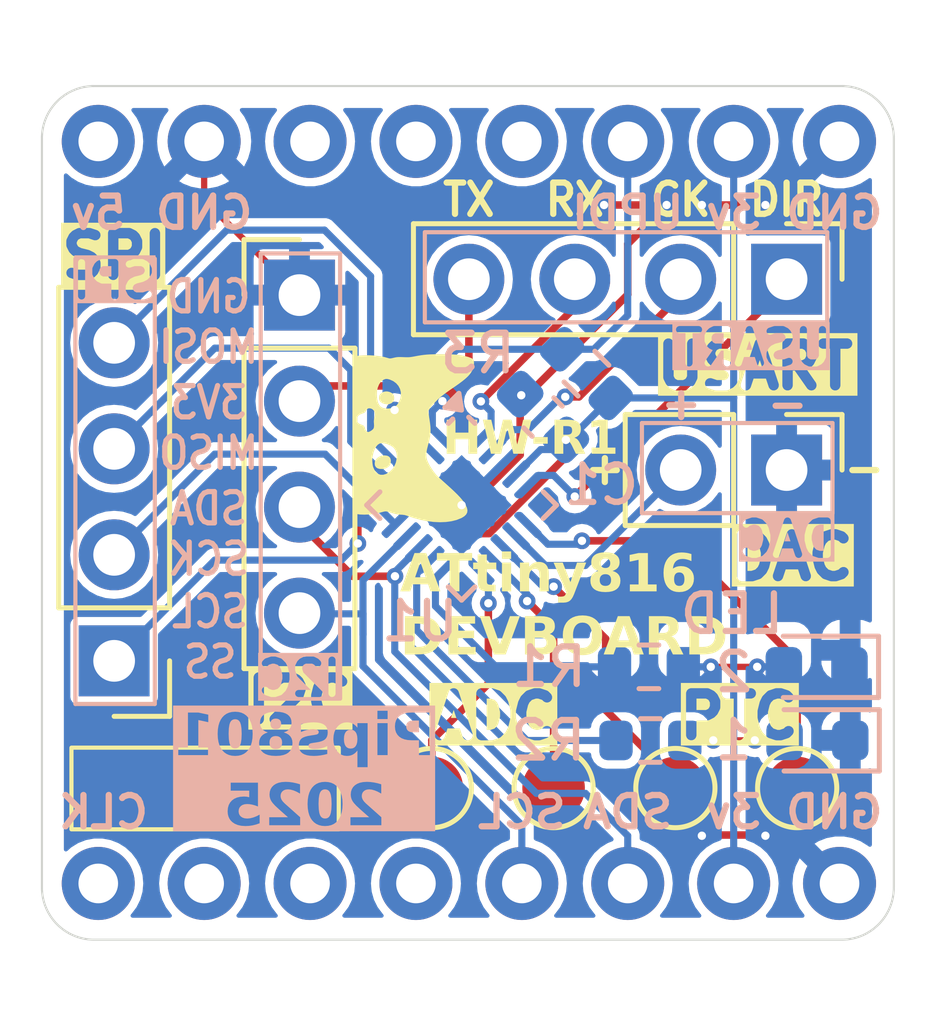
<source format=kicad_pcb>
(kicad_pcb (version 20240108) (generator "pcbnew") (generator_version "8.0")
  (title_block (title "ATtiny816 Minibadge Devboard") (rev "R1"))
  (layers (0 "F.Cu" signal) (31 "B.Cu" signal) (34 "B.Paste" user) (35 "F.Paste" user) (36 "B.SilkS" user "B.Silkscreen") (37 "F.SilkS" user "F.Silkscreen") (38 "B.Mask" user) (39 "F.Mask" user) (44 "Edge.Cuts" user))
  (net 0 "")
  (net 1 "+3.3V")
  (net 2 "GND")
  (net 3 "CLK")
  (net 4 "+5V")
  (net 11 "Net-(D1-A)")
  (net 12 "Net-(D2-A)")
  (net 13 "USART_TXD")
  (net 14 "USART_RXD")
  (net 15 "USART_XCK")
  (net 16 "USART_XDIR")
  (net 17 "UPDI_PROG")
  (net 18 "LED1")
  (net 19 "LED2")
  (net 20 "ADC_AIN8")
  (net 21 "ADC_AIN9")
  (net 22 "PTC_X1{slash}Y1")
  (net 23 "PTC_X3{slash}Y3")
  (net 24 "I2C_SCL")
  (net 25 "SPI_SS")
  (net 26 "SPI_MOSI")
  (net 27 "DAC_OUT")
  (net 28 "SPI_SCK")
  (net 29 "SPI_MISO")
  (net 30 "I2C_SDA")
  (footprint "TestPoint:TestPoint_Pad_D1.5mm" (layer "F.Cu") (at 105.831705 72.246019 180)
    (property "Reference" "TP2")
    (property "Value" "ADC2")
    (fp_circle (center 0 0) (end 0 0.95) (stroke (width 0.12)) (fill none) (layer "F.SilkS"))
    (pad "1" smd circle (at 0 0 180) (size 1.5 1.5) (layers "F.Cu" "F.Mask") (net 21 "ADC_AIN9"))
  )
  (footprint "Connector_PinHeader_2.54mm:PinHeader_1x04_P2.54mm_Vertical" (layer "F.Cu") (at 95.290705 69.198019 180)
    (property "Reference" "J1" (hide yes))
    (property "Value" "SPI")
    (fp_line (start 1.33 1.27) (end 1.33 8.95) (stroke (width 0.12)) (layer "F.SilkS"))
    (fp_line (start -1.33 8.95) (end 1.33 8.95) (stroke (width 0.12)) (layer "F.SilkS"))
    (fp_line (start -1.33 1.27) (end 1.33 1.27) (stroke (width 0.12)) (layer "F.SilkS"))
    (fp_line (start -1.33 1.27) (end -1.33 8.95) (stroke (width 0.12)) (layer "F.SilkS"))
    (fp_line (start -1.33 0) (end -1.33 -1.33) (stroke (width 0.12)) (layer "F.SilkS"))
    (fp_line (start -1.33 -1.33) (end 0 -1.33) (stroke (width 0.12)) (layer "F.SilkS"))
    (pad "1" thru_hole rect (at 0 0 180) (size 1.7 1.7) (drill 1) (layers "*.Cu" "*.Mask") (net 25 "SPI_SS"))
    (pad "2" thru_hole oval (at 0 2.54 180) (size 1.7 1.7) (drill 1) (layers "*.Cu" "*.Mask") (net 28 "SPI_SCK"))
    (pad "3" thru_hole oval (at 0 5.08 180) (size 1.7 1.7) (drill 1) (layers "*.Cu" "*.Mask") (net 29 "SPI_MISO"))
    (pad "4" thru_hole oval (at 0 7.62 180) (size 1.7 1.7) (drill 1) (layers "*.Cu" "*.Mask") (net 26 "SPI_MOSI"))
  )
  (footprint "Connector_PinHeader_2.54mm:PinHeader_1x04_P2.54mm_Vertical" (layer "F.Cu") (at 99.735705 60.435019)
    (property "Reference" "J2" (hide yes))
    (property "Value" "I2C")
    (fp_line (start -1.33 -1.33) (end 0 -1.33) (stroke (width 0.12)) (layer "F.SilkS"))
    (fp_line (start -1.33 0) (end -1.33 -1.33) (stroke (width 0.12)) (layer "F.SilkS"))
    (fp_line (start -1.33 1.27) (end -1.33 8.95) (stroke (width 0.12)) (layer "F.SilkS"))
    (fp_line (start -1.33 1.27) (end 1.33 1.27) (stroke (width 0.12)) (layer "F.SilkS"))
    (fp_line (start -1.33 8.95) (end 1.33 8.95) (stroke (width 0.12)) (layer "F.SilkS"))
    (fp_line (start 1.33 1.27) (end 1.33 8.95) (stroke (width 0.12)) (layer "F.SilkS"))
    (pad "1" thru_hole rect (at 0 0) (size 1.7 1.7) (drill 1) (layers "*.Cu" "*.Mask") (net 2 "GND"))
    (pad "2" thru_hole oval (at 0 2.54) (size 1.7 1.7) (drill 1) (layers "*.Cu" "*.Mask") (net 1 "+3.3V"))
    (pad "3" thru_hole oval (at 0 5.08) (size 1.7 1.7) (drill 1) (layers "*.Cu" "*.Mask") (net 30 "I2C_SDA"))
    (pad "4" thru_hole oval (at 0 7.62) (size 1.7 1.7) (drill 1) (layers "*.Cu" "*.Mask") (net 24 "I2C_SCL"))
  )
  (footprint "TestPoint:TestPoint_Pad_D1.5mm" (layer "F.Cu") (at 102.910705 72.246019 180)
    (property "Reference" "TP1")
    (property "Value" "ADC1")
    (fp_circle (center 0 0) (end 0 0.95) (stroke (width 0.12)) (fill none) (layer "F.SilkS"))
    (pad "1" smd circle (at 0 0 180) (size 1.5 1.5) (layers "F.Cu" "F.Mask") (net 20 "ADC_AIN8"))
  )
  (footprint "Connector_PinHeader_2.54mm:PinHeader_1x04_P2.54mm_Vertical" (layer "F.Cu") (at 111.419705 60.054019 -90)
    (property "Reference" "J4" (hide yes))
    (property "Value" "USART")
    (fp_line (start -1.33 8.95) (end 1.33 8.95) (stroke (width 0.12)) (layer "F.SilkS"))
    (fp_line (start -1.33 1.27) (end -1.33 8.95) (stroke (width 0.12)) (layer "F.SilkS"))
    (fp_line (start -1.33 1.27) (end 1.33 1.27) (stroke (width 0.12)) (layer "F.SilkS"))
    (fp_line (start 1.33 1.27) (end 1.33 8.95) (stroke (width 0.12)) (layer "F.SilkS"))
    (fp_line (start -1.33 0) (end -1.33 -1.33) (stroke (width 0.12)) (layer "F.SilkS"))
    (fp_line (start -1.33 -1.33) (end 0 -1.33) (stroke (width 0.12)) (layer "F.SilkS"))
    (pad "1" thru_hole rect (at 0 0 270) (size 1.7 1.7) (drill 1) (layers "*.Cu" "*.Mask") (net 16 "USART_XDIR"))
    (pad "2" thru_hole oval (at 0 2.54 270) (size 1.7 1.7) (drill 1) (layers "*.Cu" "*.Mask") (net 15 "USART_XCK"))
    (pad "3" thru_hole oval (at 0 5.08 270) (size 1.7 1.7) (drill 1) (layers "*.Cu" "*.Mask") (net 14 "USART_RXD"))
    (pad "4" thru_hole oval (at 0 7.62 270) (size 1.7 1.7) (drill 1) (layers "*.Cu" "*.Mask") (net 13 "USART_TXD"))
  )
  (footprint "Connector_PinHeader_2.54mm:PinHeader_1x02_P2.54mm_Vertical" (layer "F.Cu") (at 111.419705 64.626019 -90)
    (property "Reference" "J3" (hide yes))
    (property "Value" "DAC")
    (fp_line (start -1.33 3.87) (end 1.33 3.87) (stroke (width 0.12)) (layer "F.SilkS"))
    (fp_line (start -1.33 1.27) (end -1.33 3.87) (stroke (width 0.12)) (layer "F.SilkS"))
    (fp_line (start -1.33 1.27) (end 1.33 1.27) (stroke (width 0.12)) (layer "F.SilkS"))
    (fp_line (start 1.33 1.27) (end 1.33 3.87) (stroke (width 0.12)) (layer "F.SilkS"))
    (fp_line (start -1.33 0) (end -1.33 -1.33) (stroke (width 0.12)) (layer "F.SilkS"))
    (fp_line (start -1.33 -1.33) (end 0 -1.33) (stroke (width 0.12)) (layer "F.SilkS"))
    (pad "1" thru_hole rect (at 0 0 270) (size 1.7 1.7) (drill 1) (layers "*.Cu" "*.Mask") (net 2 "GND"))
    (pad "2" thru_hole oval (at 0 2.54 270) (size 1.7 1.7) (drill 1) (layers "*.Cu" "*.Mask") (net 27 "DAC_OUT"))
  )
  (footprint "TestPoint:TestPoint_Pad_D1.5mm" (layer "F.Cu") (at 111.673705 72.246019 180)
    (property "Reference" "TP3")
    (property "Value" "PTC1")
    (fp_circle (center 0 0) (end 0 0.95) (stroke (width 0.12)) (fill none) (layer "F.SilkS"))
    (pad "1" smd circle (at 0 0 180) (size 1.5 1.5) (layers "F.Cu" "F.Mask") (net 22 "PTC_X1{slash}Y1"))
  )
  (footprint "LOGO" (layer "F.Cu") (at 103.800761 63.818522 -90)
    (property "Reference" "G***" (hide yes))
    (property "Value" "LOGO" (hide yes))
    (fp_poly (pts (xy 0.641167 1.876682) (xy 0.681238 1.889935) (xy 0.714464 1.914925) (xy 0.720458 1.92113) (xy 0.753548 1.964729) (xy 0.773359 2.012667) (xy 0.78294 2.072331) (xy 0.782957 2.072527) (xy 0.781789 2.138717) (xy 0.76716 2.191699) (xy 0.739823 2.230372) (xy 0.700528 2.25364) (xy 0.654408 2.260492) (xy 0.617773 2.256664) (xy 0.584194 2.247592) (xy 0.57602 2.243926) (xy 0.524022 2.205436) (xy 0.48604 2.153159) (xy 0.463195 2.08915) (xy 0.456498 2.023995) (xy 0.463454 1.963974) (xy 0.484133 1.918804) (xy 0.51825 1.88881) (xy 0.565522 1.87432) (xy 0.588125 1.872936)) (fill solid) (layer "F.SilkS"))
    (fp_poly (pts (xy -0.869296 1.797779) (xy -0.825534 1.821469) (xy -0.792481 1.85995) (xy -0.772528 1.911449) (xy -0.767589 1.959542) (xy -0.77464 2.022752) (xy -0.794104 2.076807) (xy -0.824054 2.119092) (xy -0.862568 2.146995) (xy -0.907719 2.1579) (xy -0.913683 2.157939) (xy -0.948259 2.154972) (xy -0.978905 2.148691) (xy -0.983368 2.147219) (xy -1.010874 2.128646) (xy -1.03801 2.096394) (xy -1.060408 2.056811) (xy -1.073696 2.016256) (xy -1.073788 2.015762) (xy -1.076139 1.962446) (xy -1.065683 1.909467) (xy -1.044593 1.861751) (xy -1.01504 1.824222) (xy -0.97941 1.80188) (xy -0.921384 1.790657)) (fill solid) (layer "F.SilkS"))
    (fp_poly (pts (xy -1.724971 -0.120566) (xy -1.672869 -0.113172) (xy -1.62333 -0.099188) (xy -1.62253 -0.098889) (xy -1.573116 -0.077198) (xy -1.525284 -0.049102) (xy -1.477551 -0.013046) (xy -1.428435 0.032529) (xy -1.376451 0.089181) (xy -1.320118 0.158467) (xy -1.25795 0.241943) (xy -1.188468 0.341171) (xy -1.151149 0.396239) (xy -1.107515 0.459829) (xy -1.061406 0.524663) (xy -1.016055 0.586358) (xy -0.974694 0.640532) (xy -0.940556 0.682803) (xy -0.934928 0.689387) (xy -0.88746 0.741391) (xy -0.834253 0.795022) (xy -0.779079 0.846859) (xy -0.725718 0.893479) (xy -0.677946 0.931458) (xy -0.63954 0.957373) (xy -0.638779 0.957809) (xy -0.603601 0.977913) (xy -0.423925 0.948733) (xy -0.320304 0.933212) (xy -0.231374 0.923399) (xy -0.152133 0.919543) (xy -0.077584 0.921892) (xy -0.002728 0.930696) (xy 0.077434 0.946203) (xy 0.167902 0.968663) (xy 0.210515 0.980324) (xy 0.298159 1.002844) (xy 0.371174 1.016871) (xy 0.433377 1.022688) (xy 0.488585 1.020579) (xy 0.540622 1.010829) (xy 0.557344 1.006106) (xy 0.613454 0.984401) (xy 0.679535 0.951191) (xy 0.750877 0.909182) (xy 0.82277 0.861079) (xy 0.867164 0.828138) (xy 0.88925 0.810943) (xy 0.908192 0.795684) (xy 0.92596 0.780338) (xy 0.94453 0.762878) (xy 0.965873 0.741279) (xy 0.991963 0.713516) (xy 1.02477 0.677563) (xy 1.066272 0.631394) (xy 1.118435 0.572986) (xy 1.148225 0.539578) (xy 1.241639 0.436239) (xy 1.324047 0.348217) (xy 1.396582 0.274394) (xy 1.460379 0.213657) (xy 1.516573 0.164887) (xy 1.566297 0.126968) (xy 1.569903 0.124458) (xy 1.646525 0.076872) (xy 1.713934 0.047068) (xy 1.773275 0.035222) (xy 1.825694 0.041504) (xy 1.872338 0.066091) (xy 1.914354 0.109154) (xy 1.952889 0.170868) (xy 1.959275 0.183426) (xy 2.003354 0.293153) (xy 2.034524 0.416623) (xy 2.052869 0.551812) (xy 2.058474 0.696696) (xy 2.051425 0.849251) (xy 2.031805 1.007453) (xy 1.999699 1.169278) (xy 1.955193 1.332703) (xy 1.905138 1.478072) (xy 1.88593 1.54155) (xy 1.878724 1.603406) (xy 1.878505 1.617902) (xy 1.873894 1.688935) (xy 1.859504 1.767066) (xy 1.834508 1.856367) (xy 1.822637 1.892376) (xy 1.807068 1.941652) (xy 1.799288 1.979189) (xy 1.79891 2.011965) (xy 1.805553 2.046965) (xy 1.812739 2.071914) (xy 1.840458 2.178024) (xy 1.860557 2.289355) (xy 1.872828 2.401757) (xy 1.877068 2.511085) (xy 1.873073 2.613192) (xy 1.860637 2.703931) (xy 1.846657 2.75891) (xy 1.836059 2.792111) (xy -0.036656 2.792111) (xy -1.909374 2.792111) (xy -1.921706 2.723156) (xy -1.935846 2.615757) (xy -1.942469 2.49817) (xy -1.941976 2.397456) (xy -0.672371 2.397456) (xy -0.660189 2.433015) (xy -0.629244 2.461135) (xy -0.611183 2.470744) (xy -0.586918 2.483769) (xy -0.57074 2.49912) (xy -0.558016 2.522829) (xy -0.545893 2.55569) (xy -0.530623 2.59368) (xy -0.513273 2.627149) (xy -0.499923 2.646022) (xy -0.472856 2.668801) (xy -0.441821 2.686214) (xy -0.41388 2.694811) (xy -0.401284 2.694225) (xy -0.378584 2.690142) (xy -0.373975 2.689955) (xy -0.348871 2.680892) (xy -0.322425 2.656861) (xy -0.298685 2.622601) (xy -0.2817 2.582852) (xy -0.281304 2.581511) (xy -0.264563 2.5388) (xy -0.241249 2.511782) (xy -0.206278 2.495774) (xy -0.182306 2.490337) (xy -0.149635 2.477717) (xy -0.122051 2.455685) (xy -0.105545 2.429766) (xy -0.103314 2.417457) (xy -0.109478 2.393406) (xy -0.125216 2.361399) (xy -0.146408 2.328641) (xy -0.16893 2.302336) (xy -0.169539 2.301764) (xy -0.189928 2.287619) (xy -0.216786 2.279267) (xy -0.253881 2.27627) (xy -0.304975 2.278186) (xy -0.34338 2.281459) (xy -0.375149 2.280664) (xy -0.416363 2.274614) (xy -0.450996 2.266492) (xy -0.516441 2.25514) (xy -0.572473 2.260192) (xy -0.617711 2.281094) (xy -0.650779 2.31729) (xy -0.666445 2.353065) (xy -0.672371 2.397456) (xy -1.941976 2.397456) (xy -1.941869 2.375424) (xy -1.934346 2.252544) (xy -1.920196 2.134556) (xy -1.899718 2.02649) (xy -1.888431 1.986235) (xy -1.375603 1.986235) (xy -1.370169 2.01527) (xy -1.345331 2.068959) (xy -1.302295 2.116092) (xy -1.242566 2.155512) (xy -1.167651 2.186056) (xy -1.13741 2.194616) (xy -1.082289 2.203716) (xy -1.016685 2.207061) (xy -0.94751 2.204965) (xy -0.88168 2.197745) (xy -0.82611 2.185716) (xy -0.808189 2.179584) (xy -0.750805 2.150605) (xy -0.709534 2.114141) (xy -0.697353 2.092957) (xy 0.162289 2.092957) (xy 0.172177 2.141491) (xy 0.200958 2.186219) (xy 0.247314 2.226305) (xy 0.309924 2.260914) (xy 0.387468 2.289211) (xy 0.478627 2.310359) (xy 0.514727 2.31609) (xy 0.55408 2.31845) (xy 0.60385 2.317087) (xy 0.656074 2.312652) (xy 0.702789 2.305792) (xy 0.732739 2.29836) (xy 0.807025 2.265275) (xy 0.86344 2.223817) (xy 0.901572 2.174805) (xy 0.92101 2.119052) (xy 0.921347 2.05738) (xy 0.90217 1.990604) (xy 0.895024 1.974747) (xy 0.848163 1.900072) (xy 0.786125 1.837132) (xy 0.711377 1.787365) (xy 0.626383 1.752205) (xy 0.533613 1.733087) (xy 0.474273 1.729916) (xy 0.396123 1.738852) (xy 0.328707 1.765151) (xy 0.272005 1.808827) (xy 0.226002 1.8699) (xy 0.190675 1.948382) (xy 0.177528 1.992164) (xy 0.168857 2.033024) (xy 0.163337 2.073572) (xy 0.162289 2.092957) (xy -0.697353 2.092957) (xy -0.682675 2.067434) (xy -0.668531 2.00772) (xy -0.665228 1.947356) (xy -0.6737 1.865504) (xy -0.698908 1.795292) (xy -0.740791 1.736834) (xy -0.799288 1.690236) (xy -0.812218 1.682765) (xy -0.895515 1.64747) (xy -0.978855 1.631562) (xy -1.060045 1.634117) (xy -1.136898 1.654212) (xy -1.207219 1.690925) (xy -1.268823 1.743332) (xy -1.319514 1.810511) (xy -1.357106 1.891539) (xy -1.364686 1.915535) (xy -1.374153 1.955414) (xy -1.375603 1.986235) (xy -1.888431 1.986235) (xy -1.87536 1.939612) (xy -1.868505 1.916585) (xy -1.865873 1.895782) (xy -1.867758 1.871252) (xy -1.874454 1.837042) (xy -1.882006 1.804789) (xy -1.891001 1.76431) (xy -1.896739 1.728501) (xy -1.899606 1.691514) (xy -1.89999 1.647506) (xy -1.898278 1.590631) (xy -1.897464 1.57135) (xy -1.895236 1.508331) (xy -1.895191 1.458469) (xy -1.89782 1.414554) (xy -1.903615 1.369384) (xy -1.913069 1.315749) (xy -1.915973 1.300638) (xy -1.930891 1.220463) (xy -1.942725 1.148046) (xy -1.951805 1.079286) (xy -1.958461 1.010086) (xy -1.963025 0.936346) (xy -1.965826 0.853967) (xy -1.967196 0.758852) (xy -1.96748 0.662164) (xy -1.966936 0.552551) (xy -1.965258 0.459869) (xy -1.96216 0.380639) (xy -1.957359 0.311382) (xy -1.950569 0.248614) (xy -1.941508 0.188857) (xy -1.92989 0.128629) (xy -1.9204 0.085694) (xy -1.899358 0.007137) (xy -1.876841 -0.051706) (xy -1.852568 -0.091512) (xy -1.842199 -0.102351) (xy -1.815081 -0.115241) (xy -1.77419 -0.121283)) (fill solid) (layer "F.SilkS"))
  )
  (footprint "MiniBadge:MiniBadge_Full" (layer "F.Cu") (at 93.639705 55.482019)
    (property "Reference" "MB1" (hide yes))
    (property "Value" "Minibadge Socket")
    (pad "1" thru_hole circle (at 1.27 1.27) (size 1.75 1.75) (drill 0.95) (layers "*.Cu" "*.Mask") (net 4 "+5V"))
    (pad "2" thru_hole circle (at 3.81 1.27) (size 1.75 1.75) (drill 0.95) (layers "*.Cu" "*.Mask") (net 2 "GND"))
    (pad "3" thru_hole circle (at 6.35 1.27 90) (size 1.75 1.75) (drill 0.95) (layers "*.Cu" "*.Mask"))
    (pad "4" thru_hole circle (at 8.89 1.27) (size 1.75 1.75) (drill 0.95) (layers "*.Cu" "*.Mask"))
    (pad "5" thru_hole circle (at 11.43 1.27) (size 1.75 1.75) (drill 0.95) (layers "*.Cu" "*.Mask"))
    (pad "6" thru_hole circle (at 13.97 1.27) (size 1.75 1.75) (drill 0.95) (layers "*.Cu" "*.Mask") (net 17 "UPDI_PROG"))
    (pad "7" thru_hole circle (at 16.51 1.27) (size 1.75 1.75) (drill 0.95) (layers "*.Cu" "*.Mask") (net 1 "+3.3V"))
    (pad "8" thru_hole circle (at 19.05 1.27) (size 1.75 1.75) (drill 0.95) (layers "*.Cu" "*.Mask") (net 2 "GND"))
    (pad "9" thru_hole circle (at 1.27 19.05) (size 1.75 1.75) (drill 0.95) (layers "*.Cu" "*.Mask") (net 3 "CLK"))
    (pad "10" thru_hole circle (at 3.81 19.05) (size 1.75 1.75) (drill 0.95) (layers "*.Cu" "*.Mask"))
    (pad "11" thru_hole circle (at 6.35 19.05) (size 1.75 1.75) (drill 0.95) (layers "*.Cu" "*.Mask"))
    (pad "12" thru_hole circle (at 8.89 19.05) (size 1.75 1.75) (drill 0.95) (layers "*.Cu" "*.Mask"))
    (pad "13" thru_hole circle (at 11.43 19.05) (size 1.75 1.75) (drill 0.95) (layers "*.Cu" "*.Mask") (net 24 "I2C_SCL"))
    (pad "14" thru_hole circle (at 13.97 19.05) (size 1.75 1.75) (drill 0.95) (layers "*.Cu" "*.Mask") (net 30 "I2C_SDA"))
    (pad "15" thru_hole circle (at 16.51 19.05) (size 1.75 1.75) (drill 0.95) (layers "*.Cu" "*.Mask") (net 1 "+3.3V"))
    (pad "16" thru_hole circle (at 19.05 19.05) (size 1.75 1.75) (drill 0.95) (layers "*.Cu" "*.Mask") (net 2 "GND"))
  )
  (footprint "TestPoint:TestPoint_Pad_D1.5mm" (layer "F.Cu") (at 108.752705 72.246019 180)
    (property "Reference" "TP4")
    (property "Value" "PTC2")
    (fp_circle (center 0 0) (end 0 0.95) (stroke (width 0.12)) (fill none) (layer "F.SilkS"))
    (pad "1" smd circle (at 0 0 180) (size 1.5 1.5) (layers "F.Cu" "F.Mask") (net 23 "PTC_X3{slash}Y3"))
  )
  (footprint "Resistor_SMD:R_0603_1608Metric" (layer "B.Cu") (at 106.619502 62.31553 135)
    (property "Reference" "R3" (at 2.188165 -1.4972 0) (layer "B.SilkS") (effects (font (size 0.9 0.9)) (justify mirror)))
    (property "Value" "10k")
    (fp_line (start 0.237258 -0.5225) (end -0.237258 -0.5225) (stroke (width 0.12)) (layer "B.SilkS"))
    (fp_line (start 0.237258 0.5225) (end -0.237258 0.5225) (stroke (width 0.12)) (layer "B.SilkS"))
    (pad "1" smd roundrect (at -0.825 0 135) (size 0.8 0.95) (layers "B.Cu" "B.Paste" "B.Mask") (net 1 "+3.3V"))
    (pad "2" smd roundrect (at 0.825 0 135) (size 0.8 0.95) (layers "B.Cu" "B.Paste" "B.Mask") (net 17 "UPDI_PROG"))
  )
  (footprint "Resistor_SMD:R_0603_1608Metric" (layer "B.Cu") (at 108.117705 69.342 180)
    (property "Reference" "R1" (at 2.397692 0 0) (layer "B.SilkS") (effects (font (size 0.9 0.9)) (justify mirror)))
    (property "Value" "R")
    (fp_line (start 0.237258 0.5225) (end -0.237258 0.5225) (stroke (width 0.12)) (layer "B.SilkS"))
    (fp_line (start 0.237258 -0.5225) (end -0.237258 -0.5225) (stroke (width 0.12)) (layer "B.SilkS"))
    (pad "1" smd roundrect (at -0.825 0 180) (size 0.8 0.95) (layers "B.Cu" "B.Paste" "B.Mask") (net 11 "Net-(D1-A)"))
    (pad "2" smd roundrect (at 0.825 0 180) (size 0.8 0.95) (layers "B.Cu" "B.Paste" "B.Mask") (net 19 "LED2"))
  )
  (footprint "Capacitor_SMD:C_0603_1608Metric" (layer "B.Cu") (at 105.577705 63.356019 -45)
    (property "Reference" "C1" (at 2.137865 0.15996 0) (layer "B.SilkS") (effects (font (size 0.9 0.9)) (justify mirror)))
    (property "Value" "0.1uF")
    (fp_line (start 0.140581 0.51) (end -0.140581 0.51) (stroke (width 0.12)) (layer "B.SilkS"))
    (fp_line (start 0.140581 -0.51) (end -0.140581 -0.51) (stroke (width 0.12)) (layer "B.SilkS"))
    (pad "1" smd roundrect (at -0.775 0 315) (size 0.9 0.95) (layers "B.Cu" "B.Paste" "B.Mask") (net 2 "GND"))
    (pad "2" smd roundrect (at 0.775 0 315) (size 0.9 0.95) (layers "B.Cu" "B.Paste" "B.Mask") (net 1 "+3.3V"))
  )
  (footprint "Package_DFN_QFN:VQFN-20-1EP_3x3mm_P0.4mm_EP1.7x1.7mm" (layer "B.Cu") (at 103.624705 65.467019 -135)
    (property "Reference" "U1" (at 2.677065 -1.261971 0) (layer "B.SilkS") (effects (font (size 0.9 0.9)) (justify mirror)))
    (property "Value" "ATtiny816-M")
    (fp_line (start 1.61 1.61) (end 1.16 1.61) (stroke (width 0.12)) (layer "B.SilkS"))
    (fp_line (start 1.61 1.16) (end 1.61 1.61) (stroke (width 0.12)) (layer "B.SilkS"))
    (fp_line (start 1.61 -1.16) (end 1.61 -1.61) (stroke (width 0.12)) (layer "B.SilkS"))
    (fp_line (start -1.31 1.61) (end -1.16 1.61) (stroke (width 0.12)) (layer "B.SilkS"))
    (fp_line (start 1.61 -1.61) (end 1.16 -1.61) (stroke (width 0.12)) (layer "B.SilkS"))
    (fp_line (start -1.61 1.37) (end -1.61 1.16) (stroke (width 0.12)) (layer "B.SilkS"))
    (fp_line (start -1.61 -1.16) (end -1.61 -1.61) (stroke (width 0.12)) (layer "B.SilkS"))
    (fp_line (start -1.61 -1.61) (end -1.16 -1.61) (stroke (width 0.12)) (layer "B.SilkS"))
    (fp_poly (pts (xy -1.61 1.61) (xy -1.85 1.94) (xy -1.37 1.94) (xy -1.61 1.61)) (stroke (width 0.12)) (fill solid) (layer "B.SilkS"))
    (pad "1" smd custom (at -1.45 0.8 225) (size 0.143431 0.143431) (layers "B.Cu" "B.Paste" "B.Mask") (net 14 "USART_RXD") (options (clearance outline) (anchor circle)) (primitives (gr_poly (pts (xy -0.35 0.05) (xy 0.299289 0.05) (xy 0.35 -0.000711) (xy 0.35 -0.05) (xy -0.35 -0.05)) (width 0.1) (fill yes))))
    (pad "2" smd roundrect (at -1.45 0.4 225) (size 0.8 0.2) (layers "B.Cu" "B.Paste" "B.Mask") (net 15 "USART_XCK"))
    (pad "3" smd roundrect (at -1.45 0 225) (size 0.8 0.2) (layers "B.Cu" "B.Paste" "B.Mask") (net 2 "GND"))
    (pad "4" smd roundrect (at -1.45 -0.4 225) (size 0.8 0.2) (layers "B.Cu" "B.Paste" "B.Mask") (net 1 "+3.3V"))
    (pad "5" smd custom (at -1.45 -0.8 225) (size 0.143431 0.143431) (layers "B.Cu" "B.Paste" "B.Mask") (net 16 "USART_XDIR") (options (clearance outline) (anchor circle)) (primitives (gr_poly (pts (xy -0.35 0.05) (xy 0.35 0.05) (xy 0.35 0.000711) (xy 0.299289 -0.05) (xy -0.35 -0.05)) (width 0.1) (fill yes))))
    (pad "6" smd custom (at -0.8 -1.45 225) (size 0.143431 0.143431) (layers "B.Cu" "B.Paste" "B.Mask") (net 22 "PTC_X1{slash}Y1") (options (clearance outline) (anchor circle)) (primitives (gr_poly (pts (xy -0.05 0.299289) (xy 0.000711 0.35) (xy 0.05 0.35) (xy 0.05 -0.35) (xy -0.05 -0.35)) (width 0.1) (fill yes))))
    (pad "7" smd roundrect (at -0.4 -1.45 225) (size 0.2 0.8) (layers "B.Cu" "B.Paste" "B.Mask") (net 27 "DAC_OUT"))
    (pad "8" smd roundrect (at 0 -1.45 225) (size 0.2 0.8) (layers "B.Cu" "B.Paste" "B.Mask") (net 23 "PTC_X3{slash}Y3"))
    (pad "9" smd roundrect (at 0.4 -1.45 225) (size 0.2 0.8) (layers "B.Cu" "B.Paste" "B.Mask") (net 21 "ADC_AIN9"))
    (pad "10" smd custom (at 0.8 -1.45 225) (size 0.143431 0.143431) (layers "B.Cu" "B.Paste" "B.Mask") (net 20 "ADC_AIN8") (options (clearance outline) (anchor circle)) (primitives (gr_poly (pts (xy -0.05 0.35) (xy -0.000711 0.35) (xy 0.05 0.299289) (xy 0.05 -0.35) (xy -0.05 -0.35)) (width 0.1) (fill yes))))
    (pad "11" smd custom (at 1.45 -0.8 225) (size 0.143431 0.143431) (layers "B.Cu" "B.Paste" "B.Mask") (net 19 "LED2") (options (clearance outline) (anchor circle)) (primitives (gr_poly (pts (xy -0.35 0.05) (xy 0.35 0.05) (xy 0.35 -0.05) (xy -0.299289 -0.05) (xy -0.35 0.000711)) (width 0.1) (fill yes))))
    (pad "12" smd roundrect (at 1.45 -0.4 225) (size 0.8 0.2) (layers "B.Cu" "B.Paste" "B.Mask") (net 18 "LED1"))
    (pad "13" smd roundrect (at 1.45 0 225) (size 0.8 0.2) (layers "B.Cu" "B.Paste" "B.Mask") (net 30 "I2C_SDA"))
    (pad "14" smd roundrect (at 1.45 0.4 225) (size 0.8 0.2) (layers "B.Cu" "B.Paste" "B.Mask") (net 24 "I2C_SCL"))
    (pad "15" smd custom (at 1.45 0.8 225) (size 0.143431 0.143431) (layers "B.Cu" "B.Paste" "B.Mask") (net 28 "SPI_SCK") (options (clearance outline) (anchor circle)) (primitives (gr_poly (pts (xy -0.35 -0.000711) (xy -0.299289 0.05) (xy 0.35 0.05) (xy 0.35 -0.05) (xy -0.35 -0.05)) (width 0.1) (fill yes))))
    (pad "16" smd custom (at 0.8 1.45 225) (size 0.143431 0.143431) (layers "B.Cu" "B.Paste" "B.Mask") (net 29 "SPI_MISO") (options (clearance outline) (anchor circle)) (primitives (gr_poly (pts (xy -0.05 0.35) (xy 0.05 0.35) (xy 0.05 -0.299289) (xy -0.000711 -0.35) (xy -0.05 -0.35)) (width 0.1) (fill yes))))
    (pad "17" smd roundrect (at 0.4 1.45 225) (size 0.2 0.8) (layers "B.Cu" "B.Paste" "B.Mask") (net 26 "SPI_MOSI"))
    (pad "18" smd roundrect (at 0 1.45 225) (size 0.2 0.8) (layers "B.Cu" "B.Paste" "B.Mask") (net 25 "SPI_SS"))
    (pad "19" smd roundrect (at -0.4 1.45 225) (size 0.2 0.8) (layers "B.Cu" "B.Paste" "B.Mask") (net 17 "UPDI_PROG"))
    (pad "20" smd custom (at -0.8 1.45 225) (size 0.143431 0.143431) (layers "B.Cu" "B.Paste" "B.Mask") (net 13 "USART_TXD") (options (clearance outline) (anchor circle)) (primitives (gr_poly (pts (xy -0.05 0.35) (xy 0.05 0.35) (xy 0.05 -0.35) (xy 0.000711 -0.35) (xy -0.05 -0.299289)) (width 0.1) (fill yes))))
    (pad "21" smd rect (at 0 0 225) (size 1.7 1.7) (property pad_prop_heatsink) (layers "B.Cu" "B.Mask") (net 2 "GND"))
  )
  (footprint "Resistor_SMD:R_0603_1608Metric" (layer "B.Cu") (at 108.153397 71.106188 180)
    (property "Reference" "R2" (at 2.448692 0 0) (layer "B.SilkS") (effects (font (size 0.9 0.9)) (justify mirror)))
    (property "Value" "R")
    (fp_line (start 0.237258 0.5225) (end -0.237258 0.5225) (stroke (width 0.12)) (layer "B.SilkS"))
    (fp_line (start 0.237258 -0.5225) (end -0.237258 -0.5225) (stroke (width 0.12)) (layer "B.SilkS"))
    (pad "1" smd roundrect (at -0.825 0 180) (size 0.8 0.95) (layers "B.Cu" "B.Paste" "B.Mask") (net 12 "Net-(D2-A)"))
    (pad "2" smd roundrect (at 0.825 0 180) (size 0.8 0.95) (layers "B.Cu" "B.Paste" "B.Mask") (net 18 "LED1"))
  )
  (footprint "LED_SMD:LED_0603_1608Metric" (layer "B.Cu") (at 112.159419 71.103548 180)
    (property "Reference" "D2")
    (property "Value" "LED")
    (fp_line (start 0.8 -0.735) (end -1.485 -0.735) (stroke (width 0.12)) (layer "B.SilkS"))
    (fp_line (start -1.485 0.735) (end 0.8 0.735) (stroke (width 0.12)) (layer "B.SilkS"))
    (fp_line (start -1.485 -0.735) (end -1.485 0.735) (stroke (width 0.12)) (layer "B.SilkS"))
    (pad "1" smd roundrect (at -0.7875 0 180) (size 0.875 0.95) (layers "B.Cu" "B.Paste" "B.Mask") (net 2 "GND"))
    (pad "2" smd roundrect (at 0.7875 0 180) (size 0.875 0.95) (layers "B.Cu" "B.Paste" "B.Mask") (net 12 "Net-(D2-A)"))
  )
  (footprint "LED_SMD:LED_0603_1608Metric" (layer "B.Cu") (at 112.141 69.342 180)
    (property "Reference" "D1")
    (property "Value" "LED")
    (fp_line (start 0.8 -0.735) (end -1.485 -0.735) (stroke (width 0.12)) (layer "B.SilkS"))
    (fp_line (start -1.485 0.735) (end 0.8 0.735) (stroke (width 0.12)) (layer "B.SilkS"))
    (fp_line (start -1.485 -0.735) (end -1.485 0.735) (stroke (width 0.12)) (layer "B.SilkS"))
    (pad "1" smd roundrect (at -0.7875 0 180) (size 0.875 0.95) (layers "B.Cu" "B.Paste" "B.Mask") (net 2 "GND"))
    (pad "2" smd roundrect (at 0.7875 0 180) (size 0.875 0.95) (layers "B.Cu" "B.Paste" "B.Mask") (net 11 "Net-(D1-A)"))
  )
  (gr_line (start 98.806 59.436) (end 100.711 59.436) (stroke (width 0.1)) (layer "B.SilkS"))
  (gr_line (start 100.711 59.436) (end 100.711 70.104) (stroke (width 0.1)) (layer "B.SilkS"))
  (gr_line (start 94.361 70.231) (end 96.266 70.231) (stroke (width 0.1)) (layer "B.SilkS"))
  (gr_line (start 94.361 59.563) (end 94.361 70.231) (stroke (width 0.1)) (layer "B.SilkS"))
  (gr_line (start 112.395 61.087) (end 102.743 61.087) (stroke (width 0.1)) (layer "B.SilkS"))
  (gr_line (start 107.95 63.5) (end 107.95 65.659) (stroke (width 0.1)) (layer "B.SilkS"))
  (gr_line (start 107.95 65.659) (end 112.522 65.659) (stroke (width 0.1)) (layer "B.SilkS"))
  (gr_line (start 98.806 69.088) (end 98.806 59.563) (stroke (width 0.1)) (layer "B.SilkS"))
  (gr_line (start 112.395 58.928) (end 112.395 61.087) (stroke (width 0.1)) (layer "B.SilkS"))
  (gr_line (start 112.522 63.5) (end 107.95 63.5) (stroke (width 0.1)) (layer "B.SilkS"))
  (gr_line (start 98.806 59.563) (end 98.806 59.436) (stroke (width 0.1)) (layer "B.SilkS"))
  (gr_line (start 102.743 61.087) (end 102.743 58.928) (stroke (width 0.1)) (layer "B.SilkS"))
  (gr_line (start 112.522 65.659) (end 112.522 63.5) (stroke (width 0.1)) (layer "B.SilkS"))
  (gr_line (start 96.266 70.231) (end 96.266 59.563) (stroke (width 0.1)) (layer "B.SilkS"))
  (gr_line (start 102.743 58.928) (end 112.395 58.928) (stroke (width 0.1)) (layer "B.SilkS"))
  (gr_rect (start 94.266719 71.278493) (end 100.678281 73.235099) (stroke (width 0.1)) (fill none) (layer "F.SilkS"))
  (gr_poly (pts (arc (start 94.808402 55.425473) (mid 93.924528 55.791608) (end 93.558402 56.675473)) (arc (start 93.558402 74.629324) (mid 93.924509 75.51321) (end 94.808402 75.879324)) (arc (start 112.742332 75.879324) (mid 113.626209 75.513203) (end 113.992332 74.629324)) (arc (start 113.992332 56.675473) (mid 113.626204 55.791599) (end 112.742332 55.425473))) (stroke (width 0.05)) (fill none) (layer "Edge.Cuts"))
  (gr_text "Pips801" (at 94.488 72.898 0) (layer "F.Cu") (effects (font (size 1 1) (thickness 0.1)) (justify left bottom)))
  (gr_text "SDA" (at 107.609705 73.262019 0) (layer "B.SilkS") (effects (font (size 0.75 0.75)) (justify bottom mirror)))
  (gr_text "GND" (at 97.449705 58.022019 0) (layer "B.SilkS") (effects (font (size 0.75 0.75)) (justify top mirror)))
  (gr_text "+" (at 108.892307 62.57919 0) (layer "B.SilkS") (effects (font (size 0.75 0.75)) (justify top mirror)))
  (gr_text "SCL\nSS" (at 97.592731 68.622295 0) (layer "B.SilkS") (effects (font (size 0.75 0.65) (thickness 0.125)) (justify mirror)))
  (gr_text "USART" (at 110.622948 62.167525 0) (layer "B.SilkS" knockout) (effects (font (size 0.8 0.8) (thickness 0.17)) (justify bottom mirror)))
  (gr_text "-" (at 111.44335 62.593894 0) (layer "B.SilkS") (effects (font (size 0.75 0.75)) (justify top mirror)))
  (gr_text "GND\nMOSI\n" (at 97.555973 61.075781 0) (layer "B.SilkS") (effects (font (size 0.75 0.65) (thickness 0.125)) (justify mirror)))
  (gr_text "SDA\nSCK\n" (at 97.555973 66.155781 0) (layer "B.SilkS") (effects (font (size 0.75 0.65) (thickness 0.125)) (justify mirror)))
  (gr_text "GND" (at 112.562705 73.262019 0) (layer "B.SilkS") (effects (font (size 0.75 0.75)) (justify bottom mirror)))
  (gr_text "I2C" (at 99.735705 70.087019 0) (layer "B.SilkS" knockout) (effects (font (size 0.8 0.8) (thickness 0.17)) (justify bottom mirror)))
  (gr_text "DAC" (at 111.441425 66.754356 0) (layer "B.SilkS" knockout) (effects (font (size 0.8 0.8) (thickness 0.17)) (justify bottom mirror)))
  (gr_text "GND" (at 112.562705 58.022019 0) (layer "B.SilkS") (effects (font (size 0.75 0.75)) (justify top mirror)))
  (gr_text "1" (at 110.149705 71.103019 0) (layer "B.SilkS") (effects (font (size 0.9 0.9)) (justify mirror)))
  (gr_text "LED" (at 110.109 68.072 0) (layer "B.SilkS") (effects (font (size 0.9 0.9)) (justify mirror)))
  (gr_text "5v" (at 94.909705 58.022019 0) (layer "B.SilkS") (effects (font (size 0.75 0.75)) (justify top mirror)))
  (gr_text "3v" (at 110.149705 58.022019 0) (layer "B.SilkS") (effects (font (size 0.75 0.75)) (justify top mirror)))
  (gr_text "SPI" (at 95.290705 60.562019 0) (layer "B.SilkS" knockout) (effects (font (size 0.8 0.8) (thickness 0.17)) (justify bottom mirror)))
  (gr_text "3v" (at 110.149705 73.262019 0) (layer "B.SilkS") (effects (font (size 0.75 0.75)) (justify bottom mirror)))
  (gr_text "3V3\nMISO" (at 97.555973 63.615781 0) (layer "B.SilkS") (effects (font (size 0.75 0.65) (thickness 0.125)) (justify mirror)))
  (gr_text "Pips801\n2025" (at 99.862705 71.882 0) (layer "B.SilkS" knockout) (effects (font (size 1 1) (thickness 0.3) (bold yes)) (justify mirror)))
  (gr_text "CLK" (at 95.036705 73.262019 0) (layer "B.SilkS") (effects (font (size 0.75 0.75)) (justify bottom mirror)))
  (gr_text "UPDI" (at 107.609705 58.022019 0) (layer "B.SilkS") (effects (font (size 0.75 0.75)) (justify top mirror)))
  (gr_text "2" (at 110.149705 69.469 0) (layer "B.SilkS") (effects (font (size 0.9 0.9)) (justify mirror)))
  (gr_text "SCL" (at 105.069705 73.262019 0) (layer "B.SilkS") (effects (font (size 0.75 0.75)) (justify bottom mirror)))
  (gr_text "+" (at 107.061 64.135 0) (layer "F.SilkS") (effects (font (size 0.75 0.75)) (justify top mirror)))
  (gr_text "SPI" (at 95.292194 60.202552 0) (layer "F.SilkS" knockout) (effects (font (size 1 1) (thickness 2.5)) (justify bottom)))
  (gr_text "ADC" (at 104.434705 71.230019 0) (layer "F.SilkS" knockout) (effects (font (size 1 1) (thickness 2.5)) (justify bottom)))
  (gr_text "I2C" (at 99.735705 70.849019 0) (layer "F.SilkS" knockout) (effects (font (size 1 1) (thickness 2.5)) (justify bottom)))
  (gr_text "TX" (at 103.799705 58.149019 0) (layer "F.SilkS") (effects (font (size 0.75 0.7))))
  (gr_text "PTC" (at 110.276705 71.230019 0) (layer "F.SilkS" knockout) (effects (font (size 1 1) (thickness 2.5)) (justify bottom)))
  (gr_text "HW-${REVISION}" (at 103.164705 64.372019 0) (layer "F.SilkS") (effects (font (size 0.8 0.8) (thickness 0.1)) (justify left bottom)))
  (gr_text "ATtiny816\nDEVBOARD" (at 102.148705 69.198019 0) (layer "F.SilkS") (effects (font (size 0.9 0.9) (thickness 0.1)) (justify left bottom)))
  (gr_text "DIR" (at 111.419705 58.149019 0) (layer "F.SilkS") (effects (font (size 0.75 0.7))))
  (gr_text "-" (at 113.284 64.135 0) (layer "F.SilkS") (effects (font (size 0.75 0.75)) (justify top mirror)))
  (gr_text "USART" (at 110.657705 62.848019 0) (layer "F.SilkS" knockout) (effects (font (size 1 1) (thickness 2.5)) (justify bottom)))
  (gr_text "CK" (at 108.879705 58.149019 0) (layer "F.SilkS") (effects (font (size 0.75 0.7))))
  (gr_text "DAC" (at 111.546705 67.420019 0) (layer "F.SilkS" knockout) (effects (font (size 1 1) (thickness 2.5)) (justify bottom)))
  (gr_text "RX" (at 106.339705 58.149019 0) (layer "F.SilkS") (effects (font (size 0.75 0.7))))
  (segment (start 102.496078 62.611) (end 100.099724 62.611) (width 0.18) (layer "F.Cu") (net 1))
  (segment (start 106.125713 64.308287) (end 104.283981 66.150019) (width 0.18) (layer "F.Cu") (net 1))
  (segment (start 106.125713 63.904027) (end 106.125713 64.308287) (width 0.18) (layer "F.Cu") (net 1))
  (segment (start 102.644705 65.503019) (end 102.644705 62.759627) (width 0.18) (layer "F.Cu") (net 1))
  (segment (start 104.283981 66.150019) (end 103.291705 66.150019) (width 0.18) (layer "F.Cu") (net 1))
  (segment (start 100.099724 62.611) (end 99.735705 62.975019) (width 0.18) (layer "F.Cu") (net 1))
  (segment (start 103.291705 66.150019) (end 102.644705 65.503019) (width 0.18) (layer "F.Cu") (net 1))
  (segment (start 102.644705 62.759627) (end 102.496078 62.611) (width 0.18) (layer "F.Cu") (net 1))
  (via (at 106.125713 63.904027) (size 0.4) (drill 0.2) (layers "F.Cu" "B.Cu") (net 1))
  (segment (start 107.202865 62.898893) (end 110.151135 62.898893) (width 0.17) (layer "B.Cu") (net 1))
  (segment (start 105.52241 64.135) (end 104.932853 64.724557) (width 0.17) (layer "B.Cu") (net 1))
  (segment (start 110.149705 74.532019) (end 110.151205 74.530519) (width 0.17) (layer "B.Cu") (net 1))
  (segment (start 110.151205 62.594019) (end 110.151205 56.753519) (width 0.17) (layer "B.Cu") (net 1))
  (segment (start 105.89474 64.135) (end 105.52241 64.135) (width 0.17) (layer "B.Cu") (net 1))
  (segment (start 110.151205 74.530519) (end 110.151205 62.898963) (width 0.17) (layer "B.Cu") (net 1))
  (segment (start 106.125713 63.904027) (end 106.197731 63.904027) (width 0.17) (layer "B.Cu") (net 1))
  (segment (start 106.197731 63.904027) (end 107.177722 62.924036) (width 0.17) (layer "B.Cu") (net 1))
  (segment (start 110.149705 74.532019) (end 110.022705 74.405019) (width 0.17) (layer "B.Cu") (net 1))
  (segment (start 110.151205 62.898963) (end 110.151205 62.594019) (width 0.17) (layer "B.Cu") (net 1))
  (segment (start 110.151135 62.898893) (end 110.151205 62.898963) (width 0.17) (layer "B.Cu") (net 1))
  (segment (start 107.177722 62.924036) (end 107.202865 62.898893) (width 0.17) (layer "B.Cu") (net 1))
  (segment (start 106.125713 63.904027) (end 105.89474 64.135) (width 0.17) (layer "B.Cu") (net 1))
  (segment (start 110.151205 56.753519) (end 110.149705 56.752019) (width 0.17) (layer "B.Cu") (net 1))
  (segment (start 97.449705 56.752019) (end 97.449705 58.149019) (width 0.15) (layer "F.Cu") (net 2))
  (segment (start 108.542242 58.276019) (end 108.542358 58.275903) (width 0.18) (layer "F.Cu") (net 2))
  (segment (start 109.404705 73.372019) (end 110.894705 73.372019) (width 0.18) (layer "F.Cu") (net 2))
  (segment (start 110.894705 73.372019) (end 110.911705 73.389019) (width 0.18) (layer "F.Cu") (net 2))
  (segment (start 105.055664 62.833978) (end 105.198884 62.833978) (width 0.18) (layer "F.Cu") (net 2))
  (segment (start 103.823981 65.467019) (end 105.029 64.262) (width 0.18) (layer "F.Cu") (net 2))
  (segment (start 97.449705 58.149019) (end 99.735705 60.435019) (width 0.15) (layer "F.Cu") (net 2))
  (segment (start 109.387705 73.389019) (end 109.404705 73.372019) (width 0.18) (layer "F.Cu") (net 2))
  (segment (start 105.198884 62.833978) (end 107.609705 60.423157) (width 0.18) (layer "F.Cu") (net 2))
  (segment (start 110.911705 58.276019) (end 109.387705 58.276019) (width 0.18) (layer "F.Cu") (net 2))
  (segment (start 103.624705 65.467019) (end 103.823981 65.467019) (width 0.18) (layer "F.Cu") (net 2))
  (segment (start 105.029 64.262) (end 105.029 62.833978) (width 0.18) (layer "F.Cu") (net 2))
  (segment (start 107.609705 60.423157) (end 107.609705 59.208556) (width 0.18) (layer "F.Cu") (net 2))
  (segment (start 105.029 62.833978) (end 105.055664 62.833978) (width 0.18) (layer "F.Cu") (net 2))
  (segment (start 107.041257 58.276019) (end 108.542242 58.276019) (width 0.18) (layer "F.Cu") (net 2))
  (segment (start 107.609705 59.208556) (end 108.542358 58.275903) (width 0.18) (layer "F.Cu") (net 2))
  (via (at 110.911705 58.276019) (size 0.4) (drill 0.2) (layers "F.Cu" "B.Cu") (net 2))
  (via (at 109.387705 58.276019) (size 0.4) (drill 0.2) (layers "F.Cu" "B.Cu") (net 2))
  (via (at 108.542358 58.275903) (size 0.4) (drill 0.2) (layers "F.Cu" "B.Cu") (net 2))
  (via (at 107.041257 58.276019) (size 0.4) (drill 0.2) (layers "F.Cu" "B.Cu") (net 2))
  (via (at 109.387705 73.389019) (size 0.4) (drill 0.2) (layers "F.Cu" "B.Cu") (net 2))
  (via (at 103.624705 65.467019) (size 0.4) (drill 0.2) (layers "F.Cu" "B.Cu") (net 2))
  (via (at 105.055664 62.833978) (size 0.4) (drill 0.2) (layers "F.Cu" "B.Cu") (net 2))
  (via (at 110.911705 73.389019) (size 0.4) (drill 0.2) (layers "F.Cu" "B.Cu") (net 2))
  (segment (start 104.65001 64.441714) (end 103.624705 65.467019) (width 0.17) (layer "B.Cu") (net 2))
  (segment (start 110.714671 69.342) (end 109.601 69.342) (width 0.15) (layer "F.Cu") (net 11))
  (via (at 110.714671 69.342) (size 0.4) (drill 0.2) (layers "F.Cu" "B.Cu") (net 11))
  (via (at 109.601 69.342) (size 0.4) (drill 0.2) (layers "F.Cu" "B.Cu") (net 11))
  (segment (start 110.714671 69.342) (end 111.3535 69.342) (width 0.17) (layer "B.Cu") (net 11))
  (segment (start 109.601 69.342) (end 108.942705 69.342) (width 0.17) (layer "B.Cu") (net 11))
  (segment (start 110.657705 71.103019) (end 109.661205 71.103019) (width 0.15) (layer "F.Cu") (net 12))
  (via (at 109.661205 71.103019) (size 0.4) (drill 0.2) (layers "F.Cu" "B.Cu") (net 12))
  (via (at 110.657705 71.103019) (size 0.4) (drill 0.2) (layers "F.Cu" "B.Cu") (net 12))
  (segment (start 111.371919 71.103548) (end 110.658234 71.103548) (width 0.17) (layer "B.Cu") (net 12))
  (segment (start 109.658036 71.106188) (end 108.978397 71.106188) (width 0.17) (layer "B.Cu") (net 12))
  (segment (start 110.658234 71.103548) (end 110.657705 71.103019) (width 0.17) (layer "B.Cu") (net 12))
  (segment (start 109.661205 71.103019) (end 109.658036 71.106188) (width 0.17) (layer "B.Cu") (net 12))
  (segment (start 103.799705 62.340019) (end 103.799705 59.800019) (width 0.18) (layer "F.Cu") (net 13))
  (segment (start 103.164705 62.975019) (end 103.799705 62.340019) (width 0.18) (layer "F.Cu") (net 13))
  (via (at 103.164705 62.975019) (size 0.4) (drill 0.2) (layers "F.Cu" "B.Cu") (net 13))
  (segment (start 103.165086 63.876029) (end 102.923476 63.634419) (width 0.17) (layer "B.Cu") (net 13))
  (segment (start 102.923476 63.216248) (end 103.164705 62.975019) (width 0.17) (layer "B.Cu") (net 13))
  (segment (start 102.923476 63.634419) (end 102.923476 63.216248) (width 0.17) (layer "B.Cu") (net 13))
  (segment (start 104.087576 62.981539) (end 106.339705 60.72941) (width 0.18) (layer "F.Cu") (net 14))
  (segment (start 106.339705 60.72941) (end 106.339705 59.800019) (width 0.18) (layer "F.Cu") (net 14))
  (via (at 104.087576 62.981539) (size 0.4) (drill 0.2) (layers "F.Cu" "B.Cu") (net 14))
  (segment (start 104.084324 63.876029) (end 104.331737 63.628616) (width 0.17) (layer "B.Cu") (net 14))
  (segment (start 104.331737 63.2257) (end 104.087576 62.981539) (width 0.17) (layer "B.Cu") (net 14))
  (segment (start 104.331737 63.628616) (end 104.331737 63.2257) (width 0.17) (layer "B.Cu") (net 14))
  (segment (start 106.111152 62.873466) (end 106.441258 62.873466) (width 0.18) (layer "F.Cu") (net 15))
  (segment (start 108.879705 60.435019) (end 108.879705 59.800019) (width 0.18) (layer "F.Cu") (net 15))
  (segment (start 106.441258 62.873466) (end 108.879705 60.435019) (width 0.18) (layer "F.Cu") (net 15))
  (via (at 106.111152 62.873466) (size 0.4) (drill 0.2) (layers "F.Cu" "B.Cu") (net 15))
  (segment (start 105.218861 63.658295) (end 104.867743 63.658295) (width 0.17) (layer "B.Cu") (net 15))
  (segment (start 104.867743 63.658295) (end 104.367167 64.158871) (width 0.17) (layer "B.Cu") (net 15))
  (segment (start 106.00369 62.873466) (end 105.218861 63.658295) (width 0.17) (layer "B.Cu") (net 15))
  (segment (start 106.111152 62.873466) (end 106.00369 62.873466) (width 0.17) (layer "B.Cu") (net 15))
  (segment (start 111.419705 60.181019) (end 111.419705 59.800019) (width 0.18) (layer "F.Cu") (net 16))
  (segment (start 106.339705 65.261019) (end 111.419705 60.181019) (width 0.18) (layer "F.Cu") (net 16))
  (via (at 106.339705 65.261019) (size 0.4) (drill 0.2) (layers "F.Cu" "B.Cu") (net 16))
  (segment (start 106.339705 65.261019) (end 105.833624 64.754938) (width 0.17) (layer "B.Cu") (net 16))
  (segment (start 105.833624 64.754938) (end 105.468157 64.754938) (width 0.17) (layer "B.Cu") (net 16))
  (segment (start 105.468157 64.754938) (end 105.215695 65.0074) (width 0.17) (layer "B.Cu") (net 16))
  (segment (start 107.609705 60.919295) (end 106.796833 61.732167) (width 0.17) (layer "B.Cu") (net 17))
  (segment (start 103.518557 61.732167) (end 106.036139 61.732167) (width 0.17) (layer "B.Cu") (net 17))
  (segment (start 106.796833 61.732167) (end 106.036139 61.732167) (width 0.17) (layer "B.Cu") (net 17))
  (segment (start 102.547624 63.824252) (end 102.547624 62.7031) (width 0.17) (layer "B.Cu") (net 17))
  (segment (start 102.547624 62.7031) (end 103.518557 61.732167) (width 0.17) (layer "B.Cu") (net 17))
  (segment (start 107.609705 56.752019) (end 107.609705 60.919295) (width 0.17) (layer "B.Cu") (net 17))
  (segment (start 102.882243 64.158871) (end 102.547624 63.824252) (width 0.17) (layer "B.Cu") (net 17))
  (segment (start 102.547624 68.462676) (end 102.547624 67.109786) (width 0.17) (layer "B.Cu") (net 18))
  (segment (start 102.547624 67.109786) (end 102.882243 66.775167) (width 0.17) (layer "B.Cu") (net 18))
  (segment (start 107.328397 71.106188) (end 105.191136 71.106188) (width 0.17) (layer "B.Cu") (net 18))
  (segment (start 105.191136 71.106188) (end 102.547624 68.462676) (width 0.17) (layer "B.Cu") (net 18))
  (segment (start 103.165086 67.058009) (end 102.997 67.226095) (width 0.17) (layer "B.Cu") (net 19))
  (segment (start 102.997 67.226095) (end 102.997 67.887314) (width 0.17) (layer "B.Cu") (net 19))
  (segment (start 102.997 67.887314) (end 104.451686 69.342) (width 0.17) (layer "B.Cu") (net 19))
  (segment (start 104.451686 69.342) (end 107.292705 69.342) (width 0.17) (layer "B.Cu") (net 19))
  (segment (start 104.267 67.818) (end 104.267 69.746724) (width 0.18) (layer "F.Cu") (net 20))
  (segment (start 104.267 69.746724) (end 102.910705 71.103019) (width 0.18) (layer "F.Cu") (net 20))
  (segment (start 102.910705 71.103019) (end 102.910705 71.992019) (width 0.18) (layer "F.Cu") (net 20))
  (via (at 104.267 67.818) (size 0.4) (drill 0.2) (layers "F.Cu" "B.Cu") (net 20))
  (segment (start 104.267 67.818) (end 104.267 67.240685) (width 0.17) (layer "B.Cu") (net 20))
  (segment (start 104.267 67.240685) (end 104.084324 67.058009) (width 0.17) (layer "B.Cu") (net 20))
  (segment (start 105.196705 67.766686) (end 105.831705 68.401686) (width 0.18) (layer "F.Cu") (net 21))
  (segment (start 105.831705 68.401686) (end 105.831705 71.992019) (width 0.18) (layer "F.Cu") (net 21))
  (via (at 105.196705 67.766686) (size 0.4) (drill 0.2) (layers "F.Cu" "B.Cu") (net 21))
  (segment (start 105.196705 67.604705) (end 104.367167 66.775167) (width 0.17) (layer "B.Cu") (net 21))
  (segment (start 105.196705 67.766686) (end 105.196705 67.604705) (width 0.17) (layer "B.Cu") (net 21))
  (segment (start 108.797829 66.322143) (end 111.673705 69.198019) (width 0.18) (layer "F.Cu") (net 22))
  (segment (start 106.511829 66.322143) (end 108.797829 66.322143) (width 0.18) (layer "F.Cu") (net 22))
  (segment (start 111.673705 69.198019) (end 111.673705 71.992019) (width 0.18) (layer "F.Cu") (net 22))
  (via (at 106.511829 66.322143) (size 0.4) (drill 0.2) (layers "F.Cu" "B.Cu") (net 22))
  (segment (start 105.693076 66.404019) (end 105.215695 65.926638) (width 0.17) (layer "B.Cu") (net 22))
  (segment (start 106.511829 66.322143) (end 106.429953 66.404019) (width 0.17) (layer "B.Cu") (net 22))
  (segment (start 106.429953 66.404019) (end 105.693076 66.404019) (width 0.17) (layer "B.Cu") (net 22))
  (segment (start 105.831705 67.420019) (end 107.080238 68.668552) (width 0.18) (layer "F.Cu") (net 23))
  (segment (start 108.498705 72.246019) (end 108.752705 71.992019) (width 0.18) (layer "F.Cu") (net 23))
  (segment (start 107.080238 68.668552) (end 107.080238 70.377238) (width 0.18) (layer "F.Cu") (net 23))
  (segment (start 107.080238 70.377238) (end 108.498705 71.795705) (width 0.18) (layer "F.Cu") (net 23))
  (segment (start 108.498705 71.795705) (end 108.498705 72.246019) (width 0.18) (layer "F.Cu") (net 23))
  (via (at 105.831705 67.420019) (size 0.4) (drill 0.2) (layers "F.Cu" "B.Cu") (net 23))
  (segment (start 105.577705 67.420019) (end 104.65001 66.492324) (width 0.17) (layer "B.Cu") (net 23))
  (segment (start 105.831705 67.420019) (end 105.577705 67.420019) (width 0.17) (layer "B.Cu") (net 23))
  (segment (start 101.259705 68.072) (end 101.259705 68.563019) (width 0.17) (layer "B.Cu") (net 24))
  (segment (start 101.259705 68.563019) (end 101.259705 67.266333) (width 0.17) (layer "B.Cu") (net 24))
  (segment (start 105.069705 73.135019) (end 101.259705 69.325019) (width 0.17) (layer "B.Cu") (net 24))
  (segment (start 101.259705 67.266333) (end 102.316557 66.209481) (width 0.17) (layer "B.Cu") (net 24))
  (segment (start 99.752686 68.072) (end 101.259705 68.072) (width 0.17) (layer "B.Cu") (net 24))
  (segment (start 101.259705 69.325019) (end 101.259705 68.563019) (width 0.17) (layer "B.Cu") (net 24))
  (segment (start 99.735705 68.055019) (end 99.752686 68.072) (width 0.17) (layer "B.Cu") (net 24))
  (segment (start 105.069705 74.532019) (end 105.069705 73.135019) (width 0.17) (layer "B.Cu") (net 24))
  (segment (start 102.016596 63.188475) (end 101.136292 64.068779) (width 0.18) (layer "F.Cu") (net 25))
  (segment (start 101.136292 64.068779) (end 101.136292 66.385786) (width 0.18) (layer "F.Cu") (net 25))
  (via (at 102.016596 63.188475) (size 0.4) (drill 0.2) (layers "F.Cu" "B.Cu") (net 25))
  (via (at 101.136292 66.385786) (size 0.4) (drill 0.2) (layers "F.Cu" "B.Cu") (net 25))
  (segment (start 97.703705 66.785019) (end 95.290705 69.198019) (width 0.17) (layer "B.Cu") (net 25))
  (segment (start 100.737059 66.785019) (end 97.703705 66.785019) (width 0.17) (layer "B.Cu") (net 25))
  (segment (start 102.016596 63.85891) (end 102.5994 64.441714) (width 0.17) (layer "B.Cu") (net 25))
  (segment (start 102.016596 63.188475) (end 102.016596 63.85891) (width 0.17) (layer "B.Cu") (net 25))
  (segment (start 101.136292 66.385786) (end 100.737059 66.785019) (width 0.17) (layer "B.Cu") (net 25))
  (segment (start 97.991454 58.87727) (end 95.290705 61.578019) (width 0.17) (layer "B.Cu") (net 26))
  (segment (start 102.316557 64.724557) (end 101.442 63.85) (width 0.17) (layer "B.Cu") (net 26))
  (segment (start 101.442 63.85) (end 101.442 59.982314) (width 0.17) (layer "B.Cu") (net 26))
  (segment (start 100.336956 58.87727) (end 97.991454 58.87727) (width 0.17) (layer "B.Cu") (net 26))
  (segment (start 101.442 59.982314) (end 100.336956 58.87727) (width 0.17) (layer "B.Cu") (net 26))
  (segment (start 104.932853 66.209481) (end 105.635391 66.912019) (width 0.17) (layer "B.Cu") (net 27))
  (segment (start 105.635391 66.912019) (end 106.593705 66.912019) (width 0.17) (layer "B.Cu") (net 27))
  (segment (start 106.593705 66.912019) (end 108.879705 64.626019) (width 0.17) (layer "B.Cu") (net 27))
  (segment (start 102.033715 65.926638) (end 100.352096 64.245019) (width 0.17) (layer "B.Cu") (net 28))
  (segment (start 97.703705 64.245019) (end 95.290705 66.658019) (width 0.17) (layer "B.Cu") (net 28))
  (segment (start 100.352096 64.245019) (end 97.703705 64.245019) (width 0.17) (layer "B.Cu") (net 28))
  (segment (start 100.965 63.938685) (end 100.965 62.23) (width 0.17) (layer "B.Cu") (net 29))
  (segment (start 100.440019 61.705019) (end 97.703705 61.705019) (width 0.17) (layer "B.Cu") (net 29))
  (segment (start 97.703705 61.705019) (end 95.290705 64.118019) (width 0.17) (layer "B.Cu") (net 29))
  (segment (start 100.965 62.23) (end 100.440019 61.705019) (width 0.17) (layer "B.Cu") (net 29))
  (segment (start 102.033715 65.0074) (end 100.965 63.938685) (width 0.17) (layer "B.Cu") (net 29))
  (segment (start 101.010738 67.171052) (end 99.735705 65.896019) (width 0.18) (layer "F.Cu") (net 30))
  (segment (start 101.010738 67.171052) (end 102.026738 67.171052) (width 0.18) (layer "F.Cu") (net 30))
  (segment (start 99.735705 65.896019) (end 99.735705 65.515019) (width 0.18) (layer "F.Cu") (net 30))
  (via (at 102.026738 67.171052) (size 0.4) (drill 0.2) (layers "F.Cu" "B.Cu") (net 30))
  (segment (start 106.593705 72.373019) (end 105.418955 72.373019) (width 0.17) (layer "B.Cu") (net 30))
  (segment (start 105.418955 72.373019) (end 102.021705 68.975769) (width 0.17) (layer "B.Cu") (net 30))
  (segment (start 102.021705 67.166019) (end 102.026738 67.171052) (width 0.17) (layer "B.Cu") (net 30))
  (segment (start 102.021705 68.975769) (end 102.021705 67.070019) (width 0.17) (layer "B.Cu") (net 30))
  (segment (start 102.021705 67.070019) (end 102.021705 67.166019) (width 0.17) (layer "B.Cu") (net 30))
  (segment (start 107.609705 74.532019) (end 107.609705 73.389019) (width 0.17) (layer "B.Cu") (net 30))
  (segment (start 102.021705 67.070019) (end 102.5994 66.492324) (width 0.17) (layer "B.Cu") (net 30))
  (segment (start 107.609705 73.389019) (end 106.593705 72.373019) (width 0.17) (layer "B.Cu") (net 30))
  (zone (net 2) (net_name "GND") (layer "B.Cu") (connect_pads (clearance 0.1)) (min_thickness 0.1) (fill yes (thermal_gap 0.25) (thermal_bridge_width 0.5) (island_removal_mode 1) (island_area_min 10))
    (polygon (pts (xy 92.623705 54.466019) (xy 114.975705 54.466019) (xy 114.975705 76.818019) (xy 92.623705 76.818019)))
  )
)
</source>
